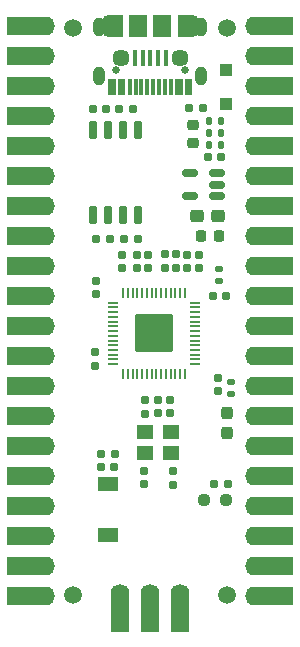
<source format=gbr>
G04 #@! TF.GenerationSoftware,KiCad,Pcbnew,(5.99.0-12085-gf4905cb1ae)*
G04 #@! TF.CreationDate,2021-08-26T19:19:28+05:30*
G04 #@! TF.ProjectId,Mitayi-Pico-RP2040,4d697461-7969-42d5-9069-636f2d525032,0.2*
G04 #@! TF.SameCoordinates,Original*
G04 #@! TF.FileFunction,Soldermask,Top*
G04 #@! TF.FilePolarity,Negative*
%FSLAX46Y46*%
G04 Gerber Fmt 4.6, Leading zero omitted, Abs format (unit mm)*
G04 Created by KiCad (PCBNEW (5.99.0-12085-gf4905cb1ae)) date 2021-08-26 19:19:28*
%MOMM*%
%LPD*%
G01*
G04 APERTURE LIST*
G04 Aperture macros list*
%AMRoundRect*
0 Rectangle with rounded corners*
0 $1 Rounding radius*
0 $2 $3 $4 $5 $6 $7 $8 $9 X,Y pos of 4 corners*
0 Add a 4 corners polygon primitive as box body*
4,1,4,$2,$3,$4,$5,$6,$7,$8,$9,$2,$3,0*
0 Add four circle primitives for the rounded corners*
1,1,$1+$1,$2,$3*
1,1,$1+$1,$4,$5*
1,1,$1+$1,$6,$7*
1,1,$1+$1,$8,$9*
0 Add four rect primitives between the rounded corners*
20,1,$1+$1,$2,$3,$4,$5,0*
20,1,$1+$1,$4,$5,$6,$7,0*
20,1,$1+$1,$6,$7,$8,$9,0*
20,1,$1+$1,$8,$9,$2,$3,0*%
G04 Aperture macros list end*
%ADD10RoundRect,0.135000X-0.185000X0.135000X-0.185000X-0.135000X0.185000X-0.135000X0.185000X0.135000X0*%
%ADD11RoundRect,0.237500X0.237500X-0.300000X0.237500X0.300000X-0.237500X0.300000X-0.237500X-0.300000X0*%
%ADD12RoundRect,0.155000X-0.155000X0.212500X-0.155000X-0.212500X0.155000X-0.212500X0.155000X0.212500X0*%
%ADD13RoundRect,0.155000X0.155000X-0.212500X0.155000X0.212500X-0.155000X0.212500X-0.155000X-0.212500X0*%
%ADD14RoundRect,0.237500X-0.250000X-0.237500X0.250000X-0.237500X0.250000X0.237500X-0.250000X0.237500X0*%
%ADD15RoundRect,0.135000X0.135000X0.185000X-0.135000X0.185000X-0.135000X-0.185000X0.135000X-0.185000X0*%
%ADD16RoundRect,0.225000X0.250000X-0.225000X0.250000X0.225000X-0.250000X0.225000X-0.250000X-0.225000X0*%
%ADD17RoundRect,0.155000X0.212500X0.155000X-0.212500X0.155000X-0.212500X-0.155000X0.212500X-0.155000X0*%
%ADD18RoundRect,0.160000X-0.197500X-0.160000X0.197500X-0.160000X0.197500X0.160000X-0.197500X0.160000X0*%
%ADD19RoundRect,0.160000X0.197500X0.160000X-0.197500X0.160000X-0.197500X-0.160000X0.197500X-0.160000X0*%
%ADD20C,1.500000*%
%ADD21RoundRect,0.160000X-0.160000X0.197500X-0.160000X-0.197500X0.160000X-0.197500X0.160000X0.197500X0*%
%ADD22RoundRect,0.155000X-0.212500X-0.155000X0.212500X-0.155000X0.212500X0.155000X-0.212500X0.155000X0*%
%ADD23R,1.400000X1.200000*%
%ADD24RoundRect,0.050000X-0.387500X-0.050000X0.387500X-0.050000X0.387500X0.050000X-0.387500X0.050000X0*%
%ADD25RoundRect,0.050000X-0.050000X-0.387500X0.050000X-0.387500X0.050000X0.387500X-0.050000X0.387500X0*%
%ADD26RoundRect,0.144000X-1.456000X-1.456000X1.456000X-1.456000X1.456000X1.456000X-1.456000X1.456000X0*%
%ADD27RoundRect,0.150000X0.150000X-0.650000X0.150000X0.650000X-0.150000X0.650000X-0.150000X-0.650000X0*%
%ADD28RoundRect,0.135000X-0.135000X-0.185000X0.135000X-0.185000X0.135000X0.185000X-0.135000X0.185000X0*%
%ADD29O,1.600000X1.700000*%
%ADD30R,1.600000X3.200000*%
%ADD31RoundRect,0.225000X-0.225000X-0.250000X0.225000X-0.250000X0.225000X0.250000X-0.225000X0.250000X0*%
%ADD32C,0.670000*%
%ADD33R,0.300000X1.450000*%
%ADD34RoundRect,0.500000X0.000000X0.300000X0.000000X0.300000X0.000000X-0.300000X0.000000X-0.300000X0*%
%ADD35R,1.100000X1.100000*%
%ADD36R,0.400000X1.350000*%
%ADD37R,1.500000X1.900000*%
%ADD38O,1.200000X1.900000*%
%ADD39C,1.450000*%
%ADD40R,1.200000X1.900000*%
%ADD41R,1.700000X1.150000*%
%ADD42R,3.200000X1.600000*%
%ADD43O,1.700000X1.600000*%
%ADD44RoundRect,0.250000X-0.312500X-0.275000X0.312500X-0.275000X0.312500X0.275000X-0.312500X0.275000X0*%
%ADD45RoundRect,0.150000X0.512500X0.150000X-0.512500X0.150000X-0.512500X-0.150000X0.512500X-0.150000X0*%
G04 APERTURE END LIST*
D10*
X156300000Y-96500000D03*
X156300000Y-97520000D03*
D11*
X156030000Y-100812500D03*
X156030000Y-99087500D03*
D12*
X148990000Y-104012500D03*
X148990000Y-105147500D03*
D13*
X144930000Y-89057500D03*
X144930000Y-87922500D03*
D14*
X154077500Y-106500000D03*
X155902500Y-106500000D03*
D15*
X155480000Y-76400000D03*
X154460000Y-76400000D03*
D16*
X153090000Y-76285000D03*
X153090000Y-74735000D03*
D12*
X144800000Y-93952500D03*
X144800000Y-95087500D03*
D13*
X153605000Y-86837500D03*
X153605000Y-85702500D03*
D17*
X146477500Y-103660000D03*
X145342500Y-103660000D03*
D18*
X147302500Y-84370000D03*
X148497500Y-84370000D03*
D19*
X156067500Y-105140000D03*
X154872500Y-105140000D03*
D20*
X156000000Y-114510000D03*
D21*
X149020000Y-97982500D03*
X149020000Y-99177500D03*
D22*
X154812500Y-89170000D03*
X155947500Y-89170000D03*
D23*
X149100000Y-102450000D03*
X151300000Y-102450000D03*
X151300000Y-100750000D03*
X149100000Y-100750000D03*
D24*
X146382500Y-89770000D03*
X146382500Y-90170000D03*
X146382500Y-90570000D03*
X146382500Y-90970000D03*
X146382500Y-91370000D03*
X146382500Y-91770000D03*
X146382500Y-92170000D03*
X146382500Y-92570000D03*
X146382500Y-92970000D03*
X146382500Y-93370000D03*
X146382500Y-93770000D03*
X146382500Y-94170000D03*
X146382500Y-94570000D03*
X146382500Y-94970000D03*
D25*
X147220000Y-95807500D03*
X147620000Y-95807500D03*
X148020000Y-95807500D03*
X148420000Y-95807500D03*
X148820000Y-95807500D03*
X149220000Y-95807500D03*
X149620000Y-95807500D03*
X150020000Y-95807500D03*
X150420000Y-95807500D03*
X150820000Y-95807500D03*
X151220000Y-95807500D03*
X151620000Y-95807500D03*
X152020000Y-95807500D03*
X152420000Y-95807500D03*
D24*
X153257500Y-94970000D03*
X153257500Y-94570000D03*
X153257500Y-94170000D03*
X153257500Y-93770000D03*
X153257500Y-93370000D03*
X153257500Y-92970000D03*
X153257500Y-92570000D03*
X153257500Y-92170000D03*
X153257500Y-91770000D03*
X153257500Y-91370000D03*
X153257500Y-90970000D03*
X153257500Y-90570000D03*
X153257500Y-90170000D03*
X153257500Y-89770000D03*
D25*
X152420000Y-88932500D03*
X152020000Y-88932500D03*
X151620000Y-88932500D03*
X151220000Y-88932500D03*
X150820000Y-88932500D03*
X150420000Y-88932500D03*
X150020000Y-88932500D03*
X149620000Y-88932500D03*
X149220000Y-88932500D03*
X148820000Y-88932500D03*
X148420000Y-88932500D03*
X148020000Y-88932500D03*
X147620000Y-88932500D03*
X147220000Y-88932500D03*
D26*
X149820000Y-92370000D03*
D21*
X150725000Y-85652500D03*
X150725000Y-86847500D03*
D13*
X147125000Y-86837500D03*
X147125000Y-85702500D03*
D12*
X150150000Y-98002500D03*
X150150000Y-99137500D03*
D27*
X144655000Y-82350000D03*
X145925000Y-82350000D03*
X147195000Y-82350000D03*
X148465000Y-82350000D03*
X148465000Y-75150000D03*
X147195000Y-75150000D03*
X145925000Y-75150000D03*
X144655000Y-75150000D03*
D13*
X149320000Y-86842500D03*
X149320000Y-85707500D03*
D18*
X144872500Y-84370000D03*
X146067500Y-84370000D03*
D13*
X152630000Y-86827500D03*
X152630000Y-85692500D03*
D22*
X144642500Y-73400000D03*
X145777500Y-73400000D03*
D28*
X154440000Y-75370000D03*
X155460000Y-75370000D03*
D29*
X146950000Y-114400000D03*
D30*
X146950000Y-116010000D03*
D29*
X149490000Y-114400000D03*
D30*
X149490000Y-116010000D03*
D29*
X152030000Y-114400000D03*
D30*
X152030000Y-116010000D03*
D18*
X145312500Y-102600000D03*
X146507500Y-102600000D03*
D12*
X151170000Y-98002500D03*
X151170000Y-99137500D03*
X155200000Y-96122500D03*
X155200000Y-97257500D03*
D31*
X153815000Y-84080000D03*
X155365000Y-84080000D03*
D20*
X143000000Y-114510000D03*
D32*
X146610000Y-70080000D03*
X152410000Y-70080000D03*
D33*
X152910000Y-71530000D03*
X152110000Y-71530000D03*
X150760000Y-71530000D03*
X149760000Y-71530000D03*
X149260000Y-71530000D03*
X148260000Y-71530000D03*
X146910000Y-71530000D03*
X146110000Y-71530000D03*
X146410000Y-71530000D03*
X147210000Y-71530000D03*
X147760000Y-71530000D03*
X148760000Y-71530000D03*
X150260000Y-71530000D03*
X151260000Y-71530000D03*
X151810000Y-71530000D03*
X152610000Y-71530000D03*
D34*
X153830000Y-70610000D03*
X145190000Y-70610000D03*
X153830000Y-66430000D03*
X145190000Y-66430000D03*
D22*
X154402500Y-77460000D03*
X155537500Y-77460000D03*
D28*
X154440000Y-74400000D03*
X155460000Y-74400000D03*
D19*
X148047500Y-73400000D03*
X146852500Y-73400000D03*
D35*
X155900000Y-72900000D03*
X155900000Y-70100000D03*
D20*
X156000000Y-66510000D03*
D36*
X150810000Y-69062500D03*
X150160000Y-69062500D03*
X149510000Y-69062500D03*
X148860000Y-69062500D03*
X148210000Y-69062500D03*
D37*
X150510000Y-66362500D03*
D38*
X146010000Y-66362500D03*
D39*
X152010000Y-69062500D03*
D40*
X152410000Y-66362500D03*
D39*
X147010000Y-69062500D03*
D38*
X153010000Y-66362500D03*
D40*
X146610000Y-66362500D03*
D37*
X148510000Y-66362500D03*
D20*
X143000000Y-66510000D03*
D41*
X145900000Y-105125000D03*
X145900000Y-109475000D03*
D12*
X151430000Y-104022500D03*
X151430000Y-105157500D03*
D13*
X148420000Y-86837500D03*
X148420000Y-85702500D03*
D21*
X151725000Y-85652500D03*
X151725000Y-86847500D03*
D42*
X138990000Y-66300000D03*
D43*
X140600000Y-66300000D03*
D42*
X138990000Y-68840000D03*
D43*
X140600000Y-68840000D03*
D42*
X138990000Y-71380000D03*
D43*
X140600000Y-71380000D03*
D42*
X138990000Y-73920000D03*
D43*
X140600000Y-73920000D03*
X140600000Y-76460000D03*
D42*
X138990000Y-76460000D03*
D43*
X140600000Y-79000000D03*
D42*
X138990000Y-79000000D03*
X138990000Y-81540000D03*
D43*
X140600000Y-81540000D03*
D42*
X138990000Y-84080000D03*
D43*
X140600000Y-84080000D03*
X140600000Y-86620000D03*
D42*
X138990000Y-86620000D03*
X138990000Y-89160000D03*
D43*
X140600000Y-89160000D03*
D42*
X138990000Y-91700000D03*
D43*
X140600000Y-91700000D03*
D42*
X138990000Y-94240000D03*
D43*
X140600000Y-94240000D03*
D42*
X138990000Y-96780000D03*
D43*
X140600000Y-96780000D03*
D42*
X138990000Y-99320000D03*
D43*
X140600000Y-99320000D03*
D42*
X138990000Y-101860000D03*
D43*
X140600000Y-101860000D03*
D42*
X138990000Y-104400000D03*
D43*
X140600000Y-104400000D03*
X140600000Y-106940000D03*
D42*
X138990000Y-106940000D03*
X138990000Y-109480000D03*
D43*
X140600000Y-109480000D03*
D42*
X138990000Y-112020000D03*
D43*
X140600000Y-112020000D03*
D42*
X138990000Y-114560000D03*
D43*
X140600000Y-114560000D03*
D44*
X153447500Y-82400000D03*
X155222500Y-82400000D03*
D10*
X155350000Y-86930000D03*
X155350000Y-87950000D03*
D18*
X152802500Y-73300000D03*
X153997500Y-73300000D03*
D45*
X155187500Y-80720000D03*
X155187500Y-79770000D03*
X155187500Y-78820000D03*
X152912500Y-78820000D03*
X152912500Y-80720000D03*
D42*
X160010000Y-66300000D03*
D43*
X158400000Y-66300000D03*
D42*
X160010000Y-68840000D03*
D43*
X158400000Y-68840000D03*
D42*
X160010000Y-71380000D03*
D43*
X158400000Y-71380000D03*
X158400000Y-73920000D03*
D42*
X160010000Y-73920000D03*
D43*
X158400000Y-76460000D03*
D42*
X160010000Y-76460000D03*
X160010000Y-79000000D03*
D43*
X158400000Y-79000000D03*
D42*
X160010000Y-81540000D03*
D43*
X158400000Y-81540000D03*
X158400000Y-84080000D03*
D42*
X160010000Y-84080000D03*
X160010000Y-86620000D03*
D43*
X158400000Y-86620000D03*
D42*
X160010000Y-89160000D03*
D43*
X158400000Y-89160000D03*
D42*
X160010000Y-91700000D03*
D43*
X158400000Y-91700000D03*
D42*
X160010000Y-94240000D03*
D43*
X158400000Y-94240000D03*
X158400000Y-96780000D03*
D42*
X160010000Y-96780000D03*
D43*
X158400000Y-99320000D03*
D42*
X160010000Y-99320000D03*
X160010000Y-101860000D03*
D43*
X158400000Y-101860000D03*
X158400000Y-104400000D03*
D42*
X160010000Y-104400000D03*
X160010000Y-106940000D03*
D43*
X158400000Y-106940000D03*
X158400000Y-109480000D03*
D42*
X160010000Y-109480000D03*
X160010000Y-112020000D03*
D43*
X158400000Y-112020000D03*
D42*
X160010000Y-114560000D03*
D43*
X158400000Y-114560000D03*
M02*

</source>
